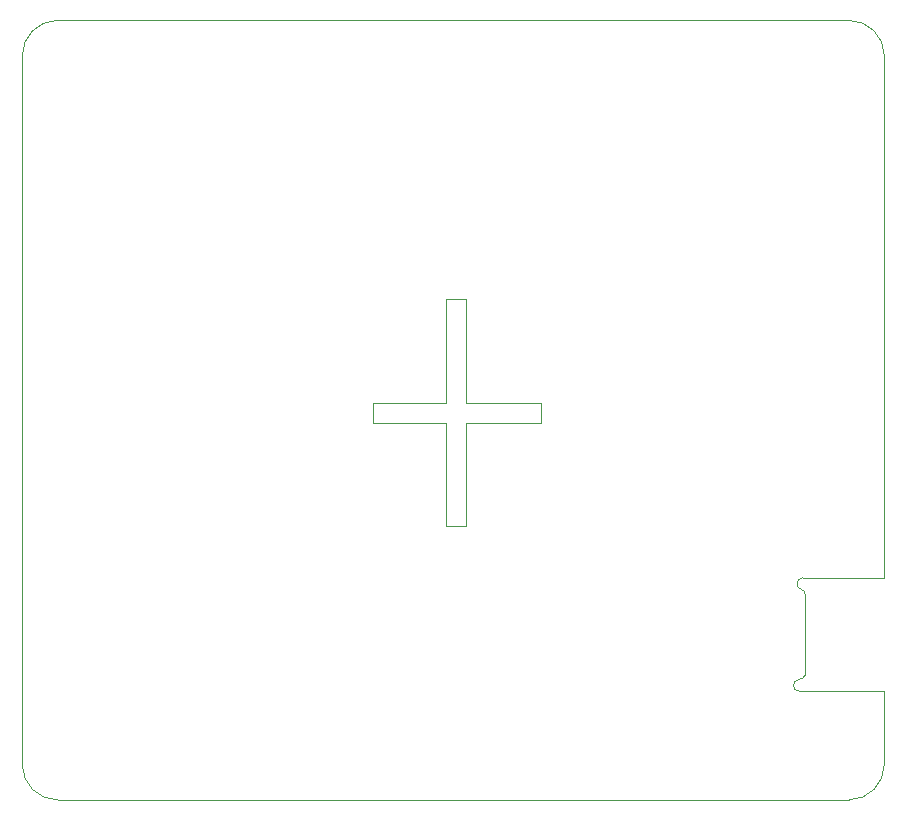
<source format=gm1>
%TF.GenerationSoftware,KiCad,Pcbnew,(6.0.6)*%
%TF.CreationDate,2022-12-01T22:03:14+01:00*%
%TF.ProjectId,Arbolito,4172626f-6c69-4746-9f2e-6b696361645f,rev?*%
%TF.SameCoordinates,Original*%
%TF.FileFunction,Profile,NP*%
%FSLAX46Y46*%
G04 Gerber Fmt 4.6, Leading zero omitted, Abs format (unit mm)*
G04 Created by KiCad (PCBNEW (6.0.6)) date 2022-12-01 22:03:14*
%MOMM*%
%LPD*%
G01*
G04 APERTURE LIST*
%TA.AperFunction,Profile*%
%ADD10C,0.100000*%
%TD*%
G04 APERTURE END LIST*
D10*
X178000000Y-125000000D02*
X178000000Y-118800000D01*
X105000000Y-125000000D02*
G75*
G03*
X108000000Y-128000000I3000000J0D01*
G01*
X148900000Y-96100000D02*
X142600000Y-96100000D01*
X178000000Y-65000000D02*
G75*
G03*
X175000000Y-62000000I-3000000J0D01*
G01*
X178000000Y-118800000D02*
X170800000Y-118800000D01*
X140900000Y-104800000D02*
X140900000Y-96100000D01*
X142600000Y-104800000D02*
X140900000Y-104800000D01*
X140900000Y-96100000D02*
X134700000Y-96100000D01*
X170800000Y-117800000D02*
G75*
G03*
X170800000Y-118800000I0J-500000D01*
G01*
X140900000Y-94400000D02*
X140900000Y-85600000D01*
X142600000Y-85600000D02*
X142600000Y-94400000D01*
X134700000Y-96100000D02*
X134700000Y-94400000D01*
X134700000Y-94400000D02*
X140900000Y-94400000D01*
X108000000Y-62000000D02*
G75*
G03*
X105000000Y-65000000I0J-3000000D01*
G01*
X170800004Y-117800053D02*
G75*
G03*
X171300000Y-117400000I-38704J560853D01*
G01*
X171300000Y-117400000D02*
X171300000Y-110600000D01*
X142600000Y-96100000D02*
X142600000Y-104800000D01*
X140900000Y-85600000D02*
X142600000Y-85600000D01*
X148900000Y-94400000D02*
X148900000Y-96100000D01*
X105000000Y-65000000D02*
X105000000Y-125000000D01*
X108000000Y-128000000D02*
X175000000Y-128000000D01*
X171100000Y-109200000D02*
G75*
G03*
X171000000Y-110200000I0J-505000D01*
G01*
X171100000Y-109200000D02*
X178000000Y-109200000D01*
X175000000Y-62000000D02*
X108000000Y-62000000D01*
X175000000Y-128000000D02*
G75*
G03*
X178000000Y-125000000I0J3000000D01*
G01*
X178000000Y-109200000D02*
X178000000Y-65000000D01*
X171299974Y-110599999D02*
G75*
G03*
X171000000Y-110200000I-387874J21599D01*
G01*
X142600000Y-94400000D02*
X148900000Y-94400000D01*
M02*

</source>
